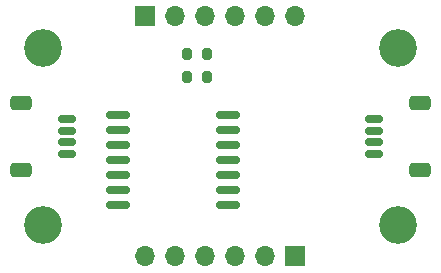
<source format=gbr>
%TF.GenerationSoftware,KiCad,Pcbnew,7.0.6*%
%TF.CreationDate,2023-09-04T11:25:06+01:00*%
%TF.ProjectId,working,776f726b-696e-4672-9e6b-696361645f70,rev?*%
%TF.SameCoordinates,Original*%
%TF.FileFunction,Soldermask,Top*%
%TF.FilePolarity,Negative*%
%FSLAX46Y46*%
G04 Gerber Fmt 4.6, Leading zero omitted, Abs format (unit mm)*
G04 Created by KiCad (PCBNEW 7.0.6) date 2023-09-04 11:25:06*
%MOMM*%
%LPD*%
G01*
G04 APERTURE LIST*
G04 Aperture macros list*
%AMRoundRect*
0 Rectangle with rounded corners*
0 $1 Rounding radius*
0 $2 $3 $4 $5 $6 $7 $8 $9 X,Y pos of 4 corners*
0 Add a 4 corners polygon primitive as box body*
4,1,4,$2,$3,$4,$5,$6,$7,$8,$9,$2,$3,0*
0 Add four circle primitives for the rounded corners*
1,1,$1+$1,$2,$3*
1,1,$1+$1,$4,$5*
1,1,$1+$1,$6,$7*
1,1,$1+$1,$8,$9*
0 Add four rect primitives between the rounded corners*
20,1,$1+$1,$2,$3,$4,$5,0*
20,1,$1+$1,$4,$5,$6,$7,0*
20,1,$1+$1,$6,$7,$8,$9,0*
20,1,$1+$1,$8,$9,$2,$3,0*%
G04 Aperture macros list end*
%ADD10C,3.200000*%
%ADD11RoundRect,0.200000X-0.200000X-0.275000X0.200000X-0.275000X0.200000X0.275000X-0.200000X0.275000X0*%
%ADD12R,1.700000X1.700000*%
%ADD13O,1.700000X1.700000*%
%ADD14RoundRect,0.150000X-0.625000X0.150000X-0.625000X-0.150000X0.625000X-0.150000X0.625000X0.150000X0*%
%ADD15RoundRect,0.250000X-0.650000X0.350000X-0.650000X-0.350000X0.650000X-0.350000X0.650000X0.350000X0*%
%ADD16RoundRect,0.150000X0.625000X-0.150000X0.625000X0.150000X-0.625000X0.150000X-0.625000X-0.150000X0*%
%ADD17RoundRect,0.250000X0.650000X-0.350000X0.650000X0.350000X-0.650000X0.350000X-0.650000X-0.350000X0*%
%ADD18RoundRect,0.150000X-0.875000X-0.150000X0.875000X-0.150000X0.875000X0.150000X-0.875000X0.150000X0*%
G04 APERTURE END LIST*
D10*
%TO.C,H2*%
X-15000000Y7500000D03*
%TD*%
D11*
%TO.C,R1*%
X-1175000Y7000000D03*
X-2825000Y7000000D03*
%TD*%
%TO.C,R2*%
X-1175000Y5000000D03*
X-2825000Y5000000D03*
%TD*%
D10*
%TO.C,H4*%
X15000000Y7500000D03*
%TD*%
D12*
%TO.C,J3*%
X-6350000Y10160000D03*
D13*
X-3810000Y10160000D03*
X-1270000Y10160000D03*
X1270000Y10160000D03*
X3810000Y10160000D03*
X6350000Y10160000D03*
%TD*%
D14*
%TO.C,J2*%
X-13000000Y1500000D03*
X-13000000Y500000D03*
X-13000000Y-500000D03*
X-13000000Y-1500000D03*
D15*
X-16875000Y2800000D03*
X-16875000Y-2800000D03*
%TD*%
D12*
%TO.C,J4*%
X6350000Y-10160000D03*
D13*
X3810000Y-10160000D03*
X1270000Y-10160000D03*
X-1270000Y-10160000D03*
X-3810000Y-10160000D03*
X-6350000Y-10160000D03*
%TD*%
D16*
%TO.C,J1*%
X13000000Y-1500000D03*
X13000000Y-500000D03*
X13000000Y500000D03*
X13000000Y1500000D03*
D17*
X16875000Y-2800000D03*
X16875000Y2800000D03*
%TD*%
D10*
%TO.C,H3*%
X15000000Y-7500000D03*
%TD*%
%TO.C,H1*%
X-15000000Y-7500000D03*
%TD*%
D18*
%TO.C,U1*%
X-8650000Y1810000D03*
X-8650000Y540000D03*
X-8650000Y-730000D03*
X-8650000Y-2000000D03*
X-8650000Y-3270000D03*
X-8650000Y-4540000D03*
X-8650000Y-5810000D03*
X650000Y-5810000D03*
X650000Y-4540000D03*
X650000Y-3270000D03*
X650000Y-2000000D03*
X650000Y-730000D03*
X650000Y540000D03*
X650000Y1810000D03*
%TD*%
M02*

</source>
